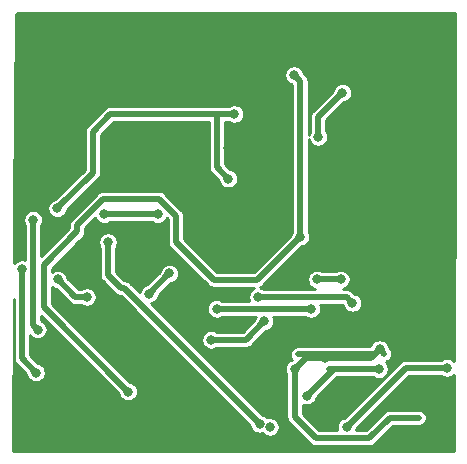
<source format=gbr>
%TF.GenerationSoftware,KiCad,Pcbnew,(5.1.10)-1*%
%TF.CreationDate,2021-12-12T15:32:54+02:00*%
%TF.ProjectId,P1_DCE_NEATA_ADRIAN_STAB_ERS_kicad,50315f44-4345-45f4-9e45-4154415f4144,rev?*%
%TF.SameCoordinates,Original*%
%TF.FileFunction,Copper,L2,Bot*%
%TF.FilePolarity,Positive*%
%FSLAX46Y46*%
G04 Gerber Fmt 4.6, Leading zero omitted, Abs format (unit mm)*
G04 Created by KiCad (PCBNEW (5.1.10)-1) date 2021-12-12 15:32:54*
%MOMM*%
%LPD*%
G01*
G04 APERTURE LIST*
%TA.AperFunction,ViaPad*%
%ADD10C,0.800000*%
%TD*%
%TA.AperFunction,Conductor*%
%ADD11C,0.508000*%
%TD*%
%TA.AperFunction,Conductor*%
%ADD12C,0.254000*%
%TD*%
%TA.AperFunction,Conductor*%
%ADD13C,0.100000*%
%TD*%
G04 APERTURE END LIST*
D10*
%TO.N,Vout*%
X25600000Y19600000D03*
X25050000Y33300000D03*
X11000000Y6500000D03*
%TO.N,GND*%
X27100000Y28050000D03*
X22550000Y12450000D03*
X18023747Y10880816D03*
X27650000Y9350000D03*
X25100000Y8400000D03*
X32300000Y10100000D03*
X22550000Y12450000D03*
X2000000Y16850000D03*
X3200000Y8100000D03*
X29150000Y31800000D03*
%TO.N,VDC*%
X2600000Y29000000D03*
X5500000Y29000000D03*
X10050000Y28350000D03*
X14850000Y28450000D03*
X12950000Y28250000D03*
X17100000Y28700000D03*
X21650000Y28550000D03*
X30500000Y17700000D03*
X28450000Y10600000D03*
X29350000Y11400000D03*
X24400000Y20050000D03*
X26650000Y25550000D03*
X29350000Y17550000D03*
X27000000Y24450000D03*
X27100000Y26700000D03*
X23250000Y28450000D03*
X23950000Y27600000D03*
X16500000Y37550000D03*
X16400000Y32000000D03*
X17350000Y36100000D03*
X17600000Y33500000D03*
X33650000Y25750000D03*
X34000000Y24800000D03*
X32700000Y23150000D03*
X33750000Y23600000D03*
X6300000Y36400000D03*
X8000000Y38100000D03*
X8000000Y35000000D03*
X9500000Y36400000D03*
X6800000Y35300000D03*
X6800000Y37600000D03*
X9200000Y37800000D03*
X9100000Y35300000D03*
%TO.N,Vref*%
X20000000Y30000000D03*
X5000000Y22000000D03*
X19500000Y24500000D03*
%TO.N,Net-(Q2-Pad3)*%
X7500000Y14500000D03*
X5041200Y16000000D03*
%TO.N,Net-(Q2-Pad1)*%
X3350000Y11750000D03*
X2958801Y21041199D03*
%TO.N,Vref2*%
X23000000Y3500000D03*
X22150000Y3750000D03*
X9300000Y19150000D03*
X32250000Y8400000D03*
X26150000Y6150000D03*
%TO.N,Net-(Q4-Pad3)*%
X13500000Y21500000D03*
X9000000Y21500000D03*
%TO.N,Vdif*%
X18500000Y13500000D03*
X26500000Y13500000D03*
%TO.N,Net-(Q6-Pad2)*%
X14500000Y16500000D03*
X12797026Y14797026D03*
%TO.N,Vrsc1*%
X29500000Y3500000D03*
X38000000Y8500000D03*
%TO.N,Net-(Q14-Pad3)*%
X27000000Y16000000D03*
X29008800Y16000000D03*
%TO.N,Net-(Q14-Pad1)*%
X30000000Y14000000D03*
X22000000Y14500000D03*
%TD*%
D11*
%TO.N,Vout*%
X25600000Y19600000D02*
X21950000Y15950000D01*
X21950000Y15950000D02*
X18250000Y15950000D01*
X18250000Y15950000D02*
X15050000Y19150000D01*
X15050000Y21369026D02*
X13619026Y22800000D01*
X15050000Y19150000D02*
X15050000Y21369026D01*
X8880974Y22800000D02*
X6700000Y20619026D01*
X13619026Y22800000D02*
X8880974Y22800000D01*
X6700000Y20619026D02*
X6700000Y20050000D01*
X6700000Y20050000D02*
X3850000Y17200000D01*
X3850000Y13650000D02*
X11000000Y6500000D01*
X3850000Y17200000D02*
X3850000Y13650000D01*
X25600000Y32750000D02*
X25600000Y19600000D01*
X25050000Y33300000D02*
X25600000Y32750000D01*
%TO.N,GND*%
X20980816Y10880816D02*
X18023747Y10880816D01*
X22550000Y12450000D02*
X20980816Y10880816D01*
X26050000Y9350000D02*
X25100000Y8400000D01*
X27650000Y9350000D02*
X26050000Y9350000D01*
X32300000Y10100000D02*
X32700000Y9700000D01*
X31550000Y9350000D02*
X27650000Y9350000D01*
X32300000Y10100000D02*
X31550000Y9350000D01*
X31841199Y9641199D02*
X25358801Y9641199D01*
X32300000Y10100000D02*
X31841199Y9641199D01*
X35610000Y4270000D02*
X33220000Y4270000D01*
X35610000Y4270000D02*
X33170000Y4270000D01*
X31441199Y2541199D02*
X26908801Y2541199D01*
X33170000Y4270000D02*
X31441199Y2541199D01*
X25100000Y4350000D02*
X25100000Y8400000D01*
X26908801Y2541199D02*
X25100000Y4350000D01*
X2000000Y9300000D02*
X3200000Y8100000D01*
X2000000Y16850000D02*
X2000000Y9300000D01*
X27100000Y29750000D02*
X29150000Y31800000D01*
X27100000Y28050000D02*
X27100000Y29750000D01*
%TO.N,VDC*%
X13200000Y33590000D02*
X13200000Y33850000D01*
X13200000Y33850000D02*
X13450000Y33600000D01*
X13450000Y33600000D02*
X13450000Y31600000D01*
X13450000Y31600000D02*
X13250000Y31800000D01*
X2600000Y29000000D02*
X5500000Y29000000D01*
X14850000Y28450000D02*
X14150000Y27750000D01*
X12950000Y28250000D02*
X13500000Y27700000D01*
X13500000Y27700000D02*
X17200000Y27700000D01*
X17200000Y27700000D02*
X16900000Y27400000D01*
X20458801Y25991199D02*
X19312810Y27137190D01*
X20458801Y24039775D02*
X20458801Y25991199D01*
X19960225Y23541199D02*
X20458801Y24039775D01*
X17100000Y25480974D02*
X19039775Y23541199D01*
X19039775Y23541199D02*
X19960225Y23541199D01*
X17100000Y28700000D02*
X17100000Y25480974D01*
X19039775Y23541199D02*
X16600000Y25980974D01*
X34000000Y24800000D02*
X33250000Y24800000D01*
X28450000Y10600000D02*
X28450000Y11150000D01*
X8200000Y33700000D02*
X9300000Y33700000D01*
%TO.N,Vref*%
X5000000Y22000000D02*
X8000000Y25000000D01*
X8000000Y25000000D02*
X8000000Y28500000D01*
X8000000Y28500000D02*
X9500000Y30000000D01*
X18500000Y25500000D02*
X18500000Y30000000D01*
X19500000Y24500000D02*
X18500000Y25500000D01*
X18500000Y30000000D02*
X20000000Y30000000D01*
X9500000Y30000000D02*
X18500000Y30000000D01*
%TO.N,Net-(Q2-Pad3)*%
X6541200Y14500000D02*
X5041200Y16000000D01*
X7500000Y14500000D02*
X6541200Y14500000D01*
%TO.N,Net-(Q2-Pad1)*%
X2958801Y12141199D02*
X2958801Y21041199D01*
X3350000Y11750000D02*
X2958801Y12141199D01*
%TO.N,Vref2*%
X22150000Y3750000D02*
X10650000Y15250000D01*
X10650000Y15250000D02*
X10400000Y15250000D01*
X9300000Y16350000D02*
X9300000Y19150000D01*
X10400000Y15250000D02*
X9300000Y16350000D01*
X32250000Y8400000D02*
X28050000Y8400000D01*
X28400000Y8400000D02*
X26150000Y6150000D01*
X32250000Y8400000D02*
X28400000Y8400000D01*
%TO.N,Net-(Q4-Pad3)*%
X13500000Y21500000D02*
X9000000Y21500000D01*
%TO.N,Vdif*%
X18500000Y13500000D02*
X26500000Y13500000D01*
%TO.N,Net-(Q6-Pad2)*%
X14500000Y16500000D02*
X12797026Y14797026D01*
%TO.N,Vrsc1*%
X34500000Y8500000D02*
X38000000Y8500000D01*
X29500000Y3500000D02*
X34500000Y8500000D01*
%TO.N,Net-(Q14-Pad3)*%
X27000000Y16000000D02*
X29008800Y16000000D01*
%TO.N,Net-(Q14-Pad1)*%
X29500000Y14500000D02*
X22000000Y14500000D01*
X30000000Y14000000D02*
X29500000Y14500000D01*
%TD*%
D12*
%TO.N,VDC*%
X38673000Y26233606D02*
X38604171Y9072172D01*
X38530242Y9146101D01*
X38394005Y9237132D01*
X38242627Y9299835D01*
X38081925Y9331800D01*
X37918075Y9331800D01*
X37757373Y9299835D01*
X37605995Y9237132D01*
X37529172Y9185800D01*
X34533686Y9185800D01*
X34500000Y9189118D01*
X34466314Y9185800D01*
X34466311Y9185800D01*
X34365560Y9175877D01*
X34236286Y9136662D01*
X34117147Y9072981D01*
X34012720Y8987280D01*
X33991242Y8961109D01*
X29347993Y4317860D01*
X29257373Y4299835D01*
X29105995Y4237132D01*
X28969758Y4146101D01*
X28853899Y4030242D01*
X28762868Y3894005D01*
X28700165Y3742627D01*
X28668200Y3581925D01*
X28668200Y3418075D01*
X28700165Y3257373D01*
X28712746Y3226999D01*
X27192869Y3226999D01*
X25785800Y4634067D01*
X25785800Y5400522D01*
X25907373Y5350165D01*
X26068075Y5318200D01*
X26231925Y5318200D01*
X26392627Y5350165D01*
X26544005Y5412868D01*
X26680242Y5503899D01*
X26796101Y5619758D01*
X26887132Y5755995D01*
X26949835Y5907373D01*
X26967860Y5997993D01*
X28684067Y7714200D01*
X31779172Y7714200D01*
X31855995Y7662868D01*
X32007373Y7600165D01*
X32168075Y7568200D01*
X32331925Y7568200D01*
X32492627Y7600165D01*
X32644005Y7662868D01*
X32780242Y7753899D01*
X32896101Y7869758D01*
X32987132Y8005995D01*
X33049835Y8157373D01*
X33081800Y8318075D01*
X33081800Y8481925D01*
X33049835Y8642627D01*
X32987132Y8794005D01*
X32896101Y8930242D01*
X32805108Y9021235D01*
X32834440Y9024124D01*
X32963713Y9063339D01*
X33082853Y9127020D01*
X33187279Y9212721D01*
X33272980Y9317147D01*
X33336661Y9436287D01*
X33375876Y9565560D01*
X33389117Y9700001D01*
X33375876Y9834442D01*
X33336661Y9963715D01*
X33272980Y10082855D01*
X33208755Y10161112D01*
X33117860Y10252007D01*
X33099835Y10342627D01*
X33037132Y10494005D01*
X32946101Y10630242D01*
X32830242Y10746101D01*
X32694005Y10837132D01*
X32542627Y10899835D01*
X32381925Y10931800D01*
X32218075Y10931800D01*
X32057373Y10899835D01*
X31905995Y10837132D01*
X31769758Y10746101D01*
X31653899Y10630242D01*
X31562868Y10494005D01*
X31500165Y10342627D01*
X31497056Y10326999D01*
X25325112Y10326999D01*
X25224361Y10317076D01*
X25095087Y10277861D01*
X24975948Y10214180D01*
X24871521Y10128479D01*
X24785820Y10024052D01*
X24722139Y9904913D01*
X24682924Y9775639D01*
X24669683Y9641199D01*
X24682924Y9506759D01*
X24722139Y9377485D01*
X24785820Y9258346D01*
X24839809Y9192560D01*
X24705995Y9137132D01*
X24569758Y9046101D01*
X24453899Y8930242D01*
X24362868Y8794005D01*
X24300165Y8642627D01*
X24268200Y8481925D01*
X24268200Y8318075D01*
X24300165Y8157373D01*
X24362868Y8005995D01*
X24414201Y7929170D01*
X24414200Y4383679D01*
X24410883Y4350000D01*
X24414200Y4316321D01*
X24414200Y4316312D01*
X24424123Y4215561D01*
X24463338Y4086287D01*
X24527019Y3967148D01*
X24612720Y3862721D01*
X24638887Y3841246D01*
X26400048Y2080084D01*
X26421521Y2053919D01*
X26525948Y1968218D01*
X26645087Y1904537D01*
X26774361Y1865322D01*
X26875112Y1855399D01*
X26875115Y1855399D01*
X26908801Y1852081D01*
X26942487Y1855399D01*
X31407520Y1855399D01*
X31441199Y1852082D01*
X31474878Y1855399D01*
X31474888Y1855399D01*
X31575639Y1865322D01*
X31704913Y1904537D01*
X31824052Y1968218D01*
X31928479Y2053919D01*
X31949957Y2080090D01*
X33454067Y3584200D01*
X35643689Y3584200D01*
X35744440Y3594123D01*
X35873714Y3633338D01*
X35992853Y3697019D01*
X36097280Y3782720D01*
X36182981Y3887147D01*
X36246662Y4006286D01*
X36285877Y4135560D01*
X36299118Y4270000D01*
X36285877Y4404440D01*
X36246662Y4533714D01*
X36182981Y4652853D01*
X36097280Y4757280D01*
X35992853Y4842981D01*
X35873714Y4906662D01*
X35744440Y4945877D01*
X35643689Y4955800D01*
X33203686Y4955800D01*
X33170000Y4959118D01*
X33136314Y4955800D01*
X33136311Y4955800D01*
X33035560Y4945877D01*
X32906286Y4906662D01*
X32787147Y4842981D01*
X32682720Y4757280D01*
X32661242Y4731109D01*
X31157132Y3226999D01*
X30287254Y3226999D01*
X30299835Y3257373D01*
X30317860Y3347993D01*
X34784067Y7814200D01*
X37529172Y7814200D01*
X37605995Y7762868D01*
X37757373Y7700165D01*
X37918075Y7668200D01*
X38081925Y7668200D01*
X38242627Y7700165D01*
X38394005Y7762868D01*
X38530242Y7853899D01*
X38599562Y7923219D01*
X38573508Y1427000D01*
X1227854Y1427000D01*
X1314200Y14309859D01*
X1314201Y9333689D01*
X1310883Y9300000D01*
X1314201Y9266311D01*
X1317075Y9237132D01*
X1324124Y9165560D01*
X1363339Y9036286D01*
X1427020Y8917147D01*
X1473007Y8861112D01*
X1512721Y8812720D01*
X1538886Y8791247D01*
X2382140Y7947992D01*
X2400165Y7857373D01*
X2462868Y7705995D01*
X2553899Y7569758D01*
X2669758Y7453899D01*
X2805995Y7362868D01*
X2957373Y7300165D01*
X3118075Y7268200D01*
X3281925Y7268200D01*
X3442627Y7300165D01*
X3594005Y7362868D01*
X3730242Y7453899D01*
X3846101Y7569758D01*
X3937132Y7705995D01*
X3999835Y7857373D01*
X4031800Y8018075D01*
X4031800Y8181925D01*
X3999835Y8342627D01*
X3937132Y8494005D01*
X3846101Y8630242D01*
X3730242Y8746101D01*
X3594005Y8837132D01*
X3442627Y8899835D01*
X3352008Y8917860D01*
X2685800Y9584067D01*
X2685800Y11246845D01*
X2703899Y11219758D01*
X2819758Y11103899D01*
X2955995Y11012868D01*
X3107373Y10950165D01*
X3268075Y10918200D01*
X3431925Y10918200D01*
X3592627Y10950165D01*
X3744005Y11012868D01*
X3880242Y11103899D01*
X3996101Y11219758D01*
X4087132Y11355995D01*
X4149835Y11507373D01*
X4181800Y11668075D01*
X4181800Y11831925D01*
X4149835Y11992627D01*
X4087132Y12144005D01*
X3996101Y12280242D01*
X3880242Y12396101D01*
X3744005Y12487132D01*
X3644601Y12528307D01*
X3644601Y12885532D01*
X10182140Y6347992D01*
X10200165Y6257373D01*
X10262868Y6105995D01*
X10353899Y5969758D01*
X10469758Y5853899D01*
X10605995Y5762868D01*
X10757373Y5700165D01*
X10918075Y5668200D01*
X11081925Y5668200D01*
X11242627Y5700165D01*
X11394005Y5762868D01*
X11530242Y5853899D01*
X11646101Y5969758D01*
X11737132Y6105995D01*
X11799835Y6257373D01*
X11831800Y6418075D01*
X11831800Y6581925D01*
X11799835Y6742627D01*
X11737132Y6894005D01*
X11646101Y7030242D01*
X11530242Y7146101D01*
X11394005Y7237132D01*
X11242627Y7299835D01*
X11152008Y7317860D01*
X4535800Y13934067D01*
X4535800Y15337300D01*
X4647195Y15262868D01*
X4798573Y15200165D01*
X4889193Y15182140D01*
X6032444Y14038888D01*
X6053920Y14012720D01*
X6080085Y13991247D01*
X6080087Y13991245D01*
X6158345Y13927020D01*
X6158347Y13927019D01*
X6277486Y13863338D01*
X6406760Y13824123D01*
X6507511Y13814200D01*
X6507520Y13814200D01*
X6541199Y13810883D01*
X6574878Y13814200D01*
X7029172Y13814200D01*
X7105995Y13762868D01*
X7257373Y13700165D01*
X7418075Y13668200D01*
X7581925Y13668200D01*
X7742627Y13700165D01*
X7894005Y13762868D01*
X8030242Y13853899D01*
X8146101Y13969758D01*
X8237132Y14105995D01*
X8299835Y14257373D01*
X8331800Y14418075D01*
X8331800Y14581925D01*
X8299835Y14742627D01*
X8237132Y14894005D01*
X8146101Y15030242D01*
X8030242Y15146101D01*
X7894005Y15237132D01*
X7742627Y15299835D01*
X7581925Y15331800D01*
X7418075Y15331800D01*
X7257373Y15299835D01*
X7105995Y15237132D01*
X7029172Y15185800D01*
X6825268Y15185800D01*
X5859060Y16152007D01*
X5841035Y16242627D01*
X5778332Y16394005D01*
X5687301Y16530242D01*
X5571442Y16646101D01*
X5435205Y16737132D01*
X5283827Y16799835D01*
X5123125Y16831800D01*
X4959275Y16831800D01*
X4798573Y16799835D01*
X4647195Y16737132D01*
X4535800Y16662700D01*
X4535800Y16915933D01*
X6851792Y19231925D01*
X8468200Y19231925D01*
X8468200Y19068075D01*
X8500165Y18907373D01*
X8562868Y18755995D01*
X8614201Y18679170D01*
X8614200Y16383679D01*
X8610883Y16350000D01*
X8614200Y16316321D01*
X8614200Y16316312D01*
X8624123Y16215561D01*
X8663338Y16086287D01*
X8727019Y15967148D01*
X8812720Y15862721D01*
X8838886Y15841246D01*
X9891244Y14788888D01*
X9912720Y14762720D01*
X10017147Y14677019D01*
X10072604Y14647377D01*
X10136285Y14613338D01*
X10175500Y14601443D01*
X10265560Y14574123D01*
X10365892Y14564241D01*
X21332140Y3597992D01*
X21350165Y3507373D01*
X21412868Y3355995D01*
X21503899Y3219758D01*
X21619758Y3103899D01*
X21755995Y3012868D01*
X21907373Y2950165D01*
X22068075Y2918200D01*
X22231925Y2918200D01*
X22376667Y2946990D01*
X22469758Y2853899D01*
X22605995Y2762868D01*
X22757373Y2700165D01*
X22918075Y2668200D01*
X23081925Y2668200D01*
X23242627Y2700165D01*
X23394005Y2762868D01*
X23530242Y2853899D01*
X23646101Y2969758D01*
X23737132Y3105995D01*
X23799835Y3257373D01*
X23831800Y3418075D01*
X23831800Y3581925D01*
X23799835Y3742627D01*
X23737132Y3894005D01*
X23646101Y4030242D01*
X23530242Y4146101D01*
X23394005Y4237132D01*
X23242627Y4299835D01*
X23081925Y4331800D01*
X22918075Y4331800D01*
X22773333Y4303010D01*
X22680242Y4396101D01*
X22544005Y4487132D01*
X22392627Y4549835D01*
X22302008Y4567860D01*
X12900379Y13969488D01*
X13039653Y13997191D01*
X13191031Y14059894D01*
X13327268Y14150925D01*
X13443127Y14266784D01*
X13534158Y14403021D01*
X13596861Y14554399D01*
X13614886Y14645019D01*
X14652008Y15682140D01*
X14742627Y15700165D01*
X14894005Y15762868D01*
X15030242Y15853899D01*
X15146101Y15969758D01*
X15237132Y16105995D01*
X15299835Y16257373D01*
X15331800Y16418075D01*
X15331800Y16581925D01*
X15299835Y16742627D01*
X15237132Y16894005D01*
X15146101Y17030242D01*
X15030242Y17146101D01*
X14894005Y17237132D01*
X14742627Y17299835D01*
X14581925Y17331800D01*
X14418075Y17331800D01*
X14257373Y17299835D01*
X14105995Y17237132D01*
X13969758Y17146101D01*
X13853899Y17030242D01*
X13762868Y16894005D01*
X13700165Y16742627D01*
X13682140Y16652008D01*
X12645019Y15614886D01*
X12554399Y15596861D01*
X12403021Y15534158D01*
X12266784Y15443127D01*
X12150925Y15327268D01*
X12059894Y15191031D01*
X11997191Y15039653D01*
X11969488Y14900379D01*
X11158758Y15711109D01*
X11137280Y15737280D01*
X11032853Y15822981D01*
X10913714Y15886662D01*
X10784440Y15925877D01*
X10684109Y15935759D01*
X9985800Y16634067D01*
X9985800Y18679172D01*
X10037132Y18755995D01*
X10099835Y18907373D01*
X10131800Y19068075D01*
X10131800Y19231925D01*
X10099835Y19392627D01*
X10037132Y19544005D01*
X9946101Y19680242D01*
X9830242Y19796101D01*
X9694005Y19887132D01*
X9542627Y19949835D01*
X9381925Y19981800D01*
X9218075Y19981800D01*
X9057373Y19949835D01*
X8905995Y19887132D01*
X8769758Y19796101D01*
X8653899Y19680242D01*
X8562868Y19544005D01*
X8500165Y19392627D01*
X8468200Y19231925D01*
X6851792Y19231925D01*
X7161109Y19541242D01*
X7187280Y19562720D01*
X7272981Y19667147D01*
X7336662Y19786286D01*
X7375877Y19915560D01*
X7385800Y20016311D01*
X7385800Y20016314D01*
X7389118Y20050000D01*
X7385800Y20083686D01*
X7385800Y20334959D01*
X8231812Y21180971D01*
X8262868Y21105995D01*
X8353899Y20969758D01*
X8469758Y20853899D01*
X8605995Y20762868D01*
X8757373Y20700165D01*
X8918075Y20668200D01*
X9081925Y20668200D01*
X9242627Y20700165D01*
X9394005Y20762868D01*
X9470828Y20814200D01*
X13029172Y20814200D01*
X13105995Y20762868D01*
X13257373Y20700165D01*
X13418075Y20668200D01*
X13581925Y20668200D01*
X13742627Y20700165D01*
X13894005Y20762868D01*
X14030242Y20853899D01*
X14146101Y20969758D01*
X14237132Y21105995D01*
X14268188Y21180971D01*
X14364201Y21084958D01*
X14364200Y19183679D01*
X14360883Y19150000D01*
X14364200Y19116321D01*
X14364200Y19116312D01*
X14374123Y19015561D01*
X14413338Y18886287D01*
X14477019Y18767148D01*
X14562720Y18662721D01*
X14588887Y18641246D01*
X17741247Y15488885D01*
X17762720Y15462720D01*
X17788885Y15441247D01*
X17788887Y15441245D01*
X17867145Y15377020D01*
X17867147Y15377019D01*
X17986286Y15313338D01*
X18115560Y15274123D01*
X18216311Y15264200D01*
X18216320Y15264200D01*
X18249999Y15260883D01*
X18283678Y15264200D01*
X21671343Y15264200D01*
X21605995Y15237132D01*
X21469758Y15146101D01*
X21353899Y15030242D01*
X21262868Y14894005D01*
X21200165Y14742627D01*
X21168200Y14581925D01*
X21168200Y14418075D01*
X21200165Y14257373D01*
X21229812Y14185800D01*
X18970828Y14185800D01*
X18894005Y14237132D01*
X18742627Y14299835D01*
X18581925Y14331800D01*
X18418075Y14331800D01*
X18257373Y14299835D01*
X18105995Y14237132D01*
X17969758Y14146101D01*
X17853899Y14030242D01*
X17762868Y13894005D01*
X17700165Y13742627D01*
X17668200Y13581925D01*
X17668200Y13418075D01*
X17700165Y13257373D01*
X17762868Y13105995D01*
X17853899Y12969758D01*
X17969758Y12853899D01*
X18105995Y12762868D01*
X18257373Y12700165D01*
X18418075Y12668200D01*
X18581925Y12668200D01*
X18742627Y12700165D01*
X18894005Y12762868D01*
X18970828Y12814200D01*
X21800522Y12814200D01*
X21750165Y12692627D01*
X21732140Y12602008D01*
X20696749Y11566616D01*
X18494575Y11566616D01*
X18417752Y11617948D01*
X18266374Y11680651D01*
X18105672Y11712616D01*
X17941822Y11712616D01*
X17781120Y11680651D01*
X17629742Y11617948D01*
X17493505Y11526917D01*
X17377646Y11411058D01*
X17286615Y11274821D01*
X17223912Y11123443D01*
X17191947Y10962741D01*
X17191947Y10798891D01*
X17223912Y10638189D01*
X17286615Y10486811D01*
X17377646Y10350574D01*
X17493505Y10234715D01*
X17629742Y10143684D01*
X17781120Y10080981D01*
X17941822Y10049016D01*
X18105672Y10049016D01*
X18266374Y10080981D01*
X18417752Y10143684D01*
X18494575Y10195016D01*
X20947137Y10195016D01*
X20980816Y10191699D01*
X21014495Y10195016D01*
X21014505Y10195016D01*
X21115256Y10204939D01*
X21244530Y10244154D01*
X21363669Y10307835D01*
X21468096Y10393536D01*
X21489574Y10419707D01*
X22702008Y11632140D01*
X22792627Y11650165D01*
X22944005Y11712868D01*
X23080242Y11803899D01*
X23196101Y11919758D01*
X23287132Y12055995D01*
X23349835Y12207373D01*
X23381800Y12368075D01*
X23381800Y12531925D01*
X23349835Y12692627D01*
X23299478Y12814200D01*
X26029172Y12814200D01*
X26105995Y12762868D01*
X26257373Y12700165D01*
X26418075Y12668200D01*
X26581925Y12668200D01*
X26742627Y12700165D01*
X26894005Y12762868D01*
X27030242Y12853899D01*
X27146101Y12969758D01*
X27237132Y13105995D01*
X27299835Y13257373D01*
X27331800Y13418075D01*
X27331800Y13581925D01*
X27299835Y13742627D01*
X27270188Y13814200D01*
X29188862Y13814200D01*
X29200165Y13757373D01*
X29262868Y13605995D01*
X29353899Y13469758D01*
X29469758Y13353899D01*
X29605995Y13262868D01*
X29757373Y13200165D01*
X29918075Y13168200D01*
X30081925Y13168200D01*
X30242627Y13200165D01*
X30394005Y13262868D01*
X30530242Y13353899D01*
X30646101Y13469758D01*
X30737132Y13605995D01*
X30799835Y13757373D01*
X30831800Y13918075D01*
X30831800Y14081925D01*
X30799835Y14242627D01*
X30737132Y14394005D01*
X30646101Y14530242D01*
X30530242Y14646101D01*
X30394005Y14737132D01*
X30242627Y14799835D01*
X30152007Y14817860D01*
X30008758Y14961109D01*
X29987280Y14987280D01*
X29882853Y15072981D01*
X29763714Y15136662D01*
X29634440Y15175877D01*
X29533689Y15185800D01*
X29533679Y15185800D01*
X29500000Y15189117D01*
X29466321Y15185800D01*
X29179208Y15185800D01*
X29251427Y15200165D01*
X29402805Y15262868D01*
X29539042Y15353899D01*
X29654901Y15469758D01*
X29745932Y15605995D01*
X29808635Y15757373D01*
X29840600Y15918075D01*
X29840600Y16081925D01*
X29808635Y16242627D01*
X29745932Y16394005D01*
X29654901Y16530242D01*
X29539042Y16646101D01*
X29402805Y16737132D01*
X29251427Y16799835D01*
X29090725Y16831800D01*
X28926875Y16831800D01*
X28766173Y16799835D01*
X28614795Y16737132D01*
X28537972Y16685800D01*
X27470828Y16685800D01*
X27394005Y16737132D01*
X27242627Y16799835D01*
X27081925Y16831800D01*
X26918075Y16831800D01*
X26757373Y16799835D01*
X26605995Y16737132D01*
X26469758Y16646101D01*
X26353899Y16530242D01*
X26262868Y16394005D01*
X26200165Y16242627D01*
X26168200Y16081925D01*
X26168200Y15918075D01*
X26200165Y15757373D01*
X26262868Y15605995D01*
X26353899Y15469758D01*
X26469758Y15353899D01*
X26605995Y15262868D01*
X26757373Y15200165D01*
X26829592Y15185800D01*
X22470828Y15185800D01*
X22394005Y15237132D01*
X22242627Y15299835D01*
X22198280Y15308656D01*
X22213714Y15313338D01*
X22332853Y15377019D01*
X22437280Y15462720D01*
X22458758Y15488891D01*
X25752007Y18782140D01*
X25842627Y18800165D01*
X25994005Y18862868D01*
X26130242Y18953899D01*
X26246101Y19069758D01*
X26337132Y19205995D01*
X26399835Y19357373D01*
X26431800Y19518075D01*
X26431800Y19681925D01*
X26399835Y19842627D01*
X26337132Y19994005D01*
X26285800Y20070828D01*
X26285800Y27879592D01*
X26300165Y27807373D01*
X26362868Y27655995D01*
X26453899Y27519758D01*
X26569758Y27403899D01*
X26705995Y27312868D01*
X26857373Y27250165D01*
X27018075Y27218200D01*
X27181925Y27218200D01*
X27342627Y27250165D01*
X27494005Y27312868D01*
X27630242Y27403899D01*
X27746101Y27519758D01*
X27837132Y27655995D01*
X27899835Y27807373D01*
X27931800Y27968075D01*
X27931800Y28131925D01*
X27899835Y28292627D01*
X27837132Y28444005D01*
X27785800Y28520828D01*
X27785800Y29465933D01*
X29302007Y30982140D01*
X29392627Y31000165D01*
X29544005Y31062868D01*
X29680242Y31153899D01*
X29796101Y31269758D01*
X29887132Y31405995D01*
X29949835Y31557373D01*
X29981800Y31718075D01*
X29981800Y31881925D01*
X29949835Y32042627D01*
X29887132Y32194005D01*
X29796101Y32330242D01*
X29680242Y32446101D01*
X29544005Y32537132D01*
X29392627Y32599835D01*
X29231925Y32631800D01*
X29068075Y32631800D01*
X28907373Y32599835D01*
X28755995Y32537132D01*
X28619758Y32446101D01*
X28503899Y32330242D01*
X28412868Y32194005D01*
X28350165Y32042627D01*
X28332140Y31952007D01*
X26638886Y30258753D01*
X26612721Y30237280D01*
X26591248Y30211115D01*
X26591245Y30211112D01*
X26527020Y30132853D01*
X26463339Y30013714D01*
X26424124Y29884440D01*
X26410883Y29750000D01*
X26414201Y29716312D01*
X26414200Y28520829D01*
X26362868Y28444005D01*
X26300165Y28292627D01*
X26285800Y28220408D01*
X26285800Y32716322D01*
X26289117Y32750001D01*
X26285800Y32783680D01*
X26285800Y32783689D01*
X26275877Y32884440D01*
X26236662Y33013714D01*
X26172981Y33132853D01*
X26172980Y33132855D01*
X26108755Y33211113D01*
X26108749Y33211119D01*
X26087279Y33237280D01*
X26061119Y33258749D01*
X25867860Y33452008D01*
X25849835Y33542627D01*
X25787132Y33694005D01*
X25696101Y33830242D01*
X25580242Y33946101D01*
X25444005Y34037132D01*
X25292627Y34099835D01*
X25131925Y34131800D01*
X24968075Y34131800D01*
X24807373Y34099835D01*
X24655995Y34037132D01*
X24519758Y33946101D01*
X24403899Y33830242D01*
X24312868Y33694005D01*
X24250165Y33542627D01*
X24218200Y33381925D01*
X24218200Y33218075D01*
X24250165Y33057373D01*
X24312868Y32905995D01*
X24403899Y32769758D01*
X24519758Y32653899D01*
X24655995Y32562868D01*
X24807373Y32500165D01*
X24897992Y32482140D01*
X24914200Y32465932D01*
X24914201Y20070830D01*
X24862868Y19994005D01*
X24800165Y19842627D01*
X24782140Y19752007D01*
X21665933Y16635800D01*
X18534068Y16635800D01*
X15735800Y19434067D01*
X15735800Y21335340D01*
X15739118Y21369026D01*
X15734287Y21418075D01*
X15725877Y21503466D01*
X15686662Y21632740D01*
X15622981Y21751879D01*
X15537280Y21856306D01*
X15511109Y21877784D01*
X14127784Y23261109D01*
X14106306Y23287280D01*
X14001879Y23372981D01*
X13882740Y23436662D01*
X13753466Y23475877D01*
X13652715Y23485800D01*
X13652705Y23485800D01*
X13619026Y23489117D01*
X13585347Y23485800D01*
X8914652Y23485800D01*
X8880973Y23489117D01*
X8847294Y23485800D01*
X8847285Y23485800D01*
X8746534Y23475877D01*
X8617260Y23436662D01*
X8498121Y23372981D01*
X8393694Y23287280D01*
X8372221Y23261115D01*
X6238887Y21127780D01*
X6212720Y21106305D01*
X6191247Y21080140D01*
X6191245Y21080138D01*
X6150843Y21030908D01*
X6127019Y21001878D01*
X6063338Y20882739D01*
X6024123Y20753465D01*
X6014200Y20652714D01*
X6014200Y20652705D01*
X6010883Y20619026D01*
X6014200Y20585347D01*
X6014200Y20334067D01*
X3644601Y17964468D01*
X3644601Y20570371D01*
X3695933Y20647194D01*
X3758636Y20798572D01*
X3790601Y20959274D01*
X3790601Y21123124D01*
X3758636Y21283826D01*
X3695933Y21435204D01*
X3604902Y21571441D01*
X3489043Y21687300D01*
X3352806Y21778331D01*
X3201428Y21841034D01*
X3040726Y21872999D01*
X2876876Y21872999D01*
X2716174Y21841034D01*
X2564796Y21778331D01*
X2428559Y21687300D01*
X2312700Y21571441D01*
X2221669Y21435204D01*
X2158966Y21283826D01*
X2127001Y21123124D01*
X2127001Y20959274D01*
X2158966Y20798572D01*
X2221669Y20647194D01*
X2273002Y20570369D01*
X2273002Y17637253D01*
X2242627Y17649835D01*
X2081925Y17681800D01*
X1918075Y17681800D01*
X1757373Y17649835D01*
X1605995Y17587132D01*
X1469758Y17496101D01*
X1353899Y17380242D01*
X1334586Y17351337D01*
X1366292Y22081925D01*
X4168200Y22081925D01*
X4168200Y21918075D01*
X4200165Y21757373D01*
X4262868Y21605995D01*
X4353899Y21469758D01*
X4469758Y21353899D01*
X4605995Y21262868D01*
X4757373Y21200165D01*
X4918075Y21168200D01*
X5081925Y21168200D01*
X5242627Y21200165D01*
X5394005Y21262868D01*
X5530242Y21353899D01*
X5646101Y21469758D01*
X5737132Y21605995D01*
X5799835Y21757373D01*
X5817860Y21847993D01*
X8461114Y24491247D01*
X8487279Y24512720D01*
X8572981Y24617147D01*
X8636662Y24736286D01*
X8675877Y24865560D01*
X8685800Y24966311D01*
X8685800Y24966314D01*
X8689118Y25000000D01*
X8685800Y25033686D01*
X8685800Y28215933D01*
X9784068Y29314200D01*
X17814201Y29314200D01*
X17814200Y25533679D01*
X17810883Y25500000D01*
X17814200Y25466321D01*
X17814200Y25466312D01*
X17824123Y25365561D01*
X17863338Y25236287D01*
X17927019Y25117148D01*
X18012720Y25012721D01*
X18038887Y24991246D01*
X18682140Y24347993D01*
X18700165Y24257373D01*
X18762868Y24105995D01*
X18853899Y23969758D01*
X18969758Y23853899D01*
X19105995Y23762868D01*
X19257373Y23700165D01*
X19418075Y23668200D01*
X19581925Y23668200D01*
X19742627Y23700165D01*
X19894005Y23762868D01*
X20030242Y23853899D01*
X20146101Y23969758D01*
X20237132Y24105995D01*
X20299835Y24257373D01*
X20331800Y24418075D01*
X20331800Y24581925D01*
X20299835Y24742627D01*
X20237132Y24894005D01*
X20146101Y25030242D01*
X20030242Y25146101D01*
X19894005Y25237132D01*
X19742627Y25299835D01*
X19652007Y25317860D01*
X19185800Y25784067D01*
X19185800Y29314200D01*
X19529172Y29314200D01*
X19605995Y29262868D01*
X19757373Y29200165D01*
X19918075Y29168200D01*
X20081925Y29168200D01*
X20242627Y29200165D01*
X20394005Y29262868D01*
X20530242Y29353899D01*
X20646101Y29469758D01*
X20737132Y29605995D01*
X20799835Y29757373D01*
X20831800Y29918075D01*
X20831800Y30081925D01*
X20799835Y30242627D01*
X20737132Y30394005D01*
X20646101Y30530242D01*
X20530242Y30646101D01*
X20394005Y30737132D01*
X20242627Y30799835D01*
X20081925Y30831800D01*
X19918075Y30831800D01*
X19757373Y30799835D01*
X19605995Y30737132D01*
X19529172Y30685800D01*
X18533689Y30685800D01*
X18500000Y30689118D01*
X18466312Y30685800D01*
X9533678Y30685800D01*
X9499999Y30689117D01*
X9466320Y30685800D01*
X9466311Y30685800D01*
X9365560Y30675877D01*
X9236286Y30636662D01*
X9132529Y30581203D01*
X9117145Y30572980D01*
X9065069Y30530242D01*
X9012720Y30487280D01*
X8991247Y30461115D01*
X7538886Y29008753D01*
X7512721Y28987280D01*
X7491248Y28961115D01*
X7491245Y28961112D01*
X7427020Y28882853D01*
X7363339Y28763714D01*
X7324124Y28634440D01*
X7310883Y28500000D01*
X7314201Y28466312D01*
X7314200Y25284067D01*
X4847993Y22817860D01*
X4757373Y22799835D01*
X4605995Y22737132D01*
X4469758Y22646101D01*
X4353899Y22530242D01*
X4262868Y22394005D01*
X4200165Y22242627D01*
X4168200Y22081925D01*
X1366292Y22081925D01*
X1476264Y38489748D01*
X1712410Y38523483D01*
X38673000Y38572764D01*
X38673000Y26233606D01*
%TA.AperFunction,Conductor*%
D13*
G36*
X38673000Y26233606D02*
G01*
X38604171Y9072172D01*
X38530242Y9146101D01*
X38394005Y9237132D01*
X38242627Y9299835D01*
X38081925Y9331800D01*
X37918075Y9331800D01*
X37757373Y9299835D01*
X37605995Y9237132D01*
X37529172Y9185800D01*
X34533686Y9185800D01*
X34500000Y9189118D01*
X34466314Y9185800D01*
X34466311Y9185800D01*
X34365560Y9175877D01*
X34236286Y9136662D01*
X34117147Y9072981D01*
X34012720Y8987280D01*
X33991242Y8961109D01*
X29347993Y4317860D01*
X29257373Y4299835D01*
X29105995Y4237132D01*
X28969758Y4146101D01*
X28853899Y4030242D01*
X28762868Y3894005D01*
X28700165Y3742627D01*
X28668200Y3581925D01*
X28668200Y3418075D01*
X28700165Y3257373D01*
X28712746Y3226999D01*
X27192869Y3226999D01*
X25785800Y4634067D01*
X25785800Y5400522D01*
X25907373Y5350165D01*
X26068075Y5318200D01*
X26231925Y5318200D01*
X26392627Y5350165D01*
X26544005Y5412868D01*
X26680242Y5503899D01*
X26796101Y5619758D01*
X26887132Y5755995D01*
X26949835Y5907373D01*
X26967860Y5997993D01*
X28684067Y7714200D01*
X31779172Y7714200D01*
X31855995Y7662868D01*
X32007373Y7600165D01*
X32168075Y7568200D01*
X32331925Y7568200D01*
X32492627Y7600165D01*
X32644005Y7662868D01*
X32780242Y7753899D01*
X32896101Y7869758D01*
X32987132Y8005995D01*
X33049835Y8157373D01*
X33081800Y8318075D01*
X33081800Y8481925D01*
X33049835Y8642627D01*
X32987132Y8794005D01*
X32896101Y8930242D01*
X32805108Y9021235D01*
X32834440Y9024124D01*
X32963713Y9063339D01*
X33082853Y9127020D01*
X33187279Y9212721D01*
X33272980Y9317147D01*
X33336661Y9436287D01*
X33375876Y9565560D01*
X33389117Y9700001D01*
X33375876Y9834442D01*
X33336661Y9963715D01*
X33272980Y10082855D01*
X33208755Y10161112D01*
X33117860Y10252007D01*
X33099835Y10342627D01*
X33037132Y10494005D01*
X32946101Y10630242D01*
X32830242Y10746101D01*
X32694005Y10837132D01*
X32542627Y10899835D01*
X32381925Y10931800D01*
X32218075Y10931800D01*
X32057373Y10899835D01*
X31905995Y10837132D01*
X31769758Y10746101D01*
X31653899Y10630242D01*
X31562868Y10494005D01*
X31500165Y10342627D01*
X31497056Y10326999D01*
X25325112Y10326999D01*
X25224361Y10317076D01*
X25095087Y10277861D01*
X24975948Y10214180D01*
X24871521Y10128479D01*
X24785820Y10024052D01*
X24722139Y9904913D01*
X24682924Y9775639D01*
X24669683Y9641199D01*
X24682924Y9506759D01*
X24722139Y9377485D01*
X24785820Y9258346D01*
X24839809Y9192560D01*
X24705995Y9137132D01*
X24569758Y9046101D01*
X24453899Y8930242D01*
X24362868Y8794005D01*
X24300165Y8642627D01*
X24268200Y8481925D01*
X24268200Y8318075D01*
X24300165Y8157373D01*
X24362868Y8005995D01*
X24414201Y7929170D01*
X24414200Y4383679D01*
X24410883Y4350000D01*
X24414200Y4316321D01*
X24414200Y4316312D01*
X24424123Y4215561D01*
X24463338Y4086287D01*
X24527019Y3967148D01*
X24612720Y3862721D01*
X24638887Y3841246D01*
X26400048Y2080084D01*
X26421521Y2053919D01*
X26525948Y1968218D01*
X26645087Y1904537D01*
X26774361Y1865322D01*
X26875112Y1855399D01*
X26875115Y1855399D01*
X26908801Y1852081D01*
X26942487Y1855399D01*
X31407520Y1855399D01*
X31441199Y1852082D01*
X31474878Y1855399D01*
X31474888Y1855399D01*
X31575639Y1865322D01*
X31704913Y1904537D01*
X31824052Y1968218D01*
X31928479Y2053919D01*
X31949957Y2080090D01*
X33454067Y3584200D01*
X35643689Y3584200D01*
X35744440Y3594123D01*
X35873714Y3633338D01*
X35992853Y3697019D01*
X36097280Y3782720D01*
X36182981Y3887147D01*
X36246662Y4006286D01*
X36285877Y4135560D01*
X36299118Y4270000D01*
X36285877Y4404440D01*
X36246662Y4533714D01*
X36182981Y4652853D01*
X36097280Y4757280D01*
X35992853Y4842981D01*
X35873714Y4906662D01*
X35744440Y4945877D01*
X35643689Y4955800D01*
X33203686Y4955800D01*
X33170000Y4959118D01*
X33136314Y4955800D01*
X33136311Y4955800D01*
X33035560Y4945877D01*
X32906286Y4906662D01*
X32787147Y4842981D01*
X32682720Y4757280D01*
X32661242Y4731109D01*
X31157132Y3226999D01*
X30287254Y3226999D01*
X30299835Y3257373D01*
X30317860Y3347993D01*
X34784067Y7814200D01*
X37529172Y7814200D01*
X37605995Y7762868D01*
X37757373Y7700165D01*
X37918075Y7668200D01*
X38081925Y7668200D01*
X38242627Y7700165D01*
X38394005Y7762868D01*
X38530242Y7853899D01*
X38599562Y7923219D01*
X38573508Y1427000D01*
X1227854Y1427000D01*
X1314200Y14309859D01*
X1314201Y9333689D01*
X1310883Y9300000D01*
X1314201Y9266311D01*
X1317075Y9237132D01*
X1324124Y9165560D01*
X1363339Y9036286D01*
X1427020Y8917147D01*
X1473007Y8861112D01*
X1512721Y8812720D01*
X1538886Y8791247D01*
X2382140Y7947992D01*
X2400165Y7857373D01*
X2462868Y7705995D01*
X2553899Y7569758D01*
X2669758Y7453899D01*
X2805995Y7362868D01*
X2957373Y7300165D01*
X3118075Y7268200D01*
X3281925Y7268200D01*
X3442627Y7300165D01*
X3594005Y7362868D01*
X3730242Y7453899D01*
X3846101Y7569758D01*
X3937132Y7705995D01*
X3999835Y7857373D01*
X4031800Y8018075D01*
X4031800Y8181925D01*
X3999835Y8342627D01*
X3937132Y8494005D01*
X3846101Y8630242D01*
X3730242Y8746101D01*
X3594005Y8837132D01*
X3442627Y8899835D01*
X3352008Y8917860D01*
X2685800Y9584067D01*
X2685800Y11246845D01*
X2703899Y11219758D01*
X2819758Y11103899D01*
X2955995Y11012868D01*
X3107373Y10950165D01*
X3268075Y10918200D01*
X3431925Y10918200D01*
X3592627Y10950165D01*
X3744005Y11012868D01*
X3880242Y11103899D01*
X3996101Y11219758D01*
X4087132Y11355995D01*
X4149835Y11507373D01*
X4181800Y11668075D01*
X4181800Y11831925D01*
X4149835Y11992627D01*
X4087132Y12144005D01*
X3996101Y12280242D01*
X3880242Y12396101D01*
X3744005Y12487132D01*
X3644601Y12528307D01*
X3644601Y12885532D01*
X10182140Y6347992D01*
X10200165Y6257373D01*
X10262868Y6105995D01*
X10353899Y5969758D01*
X10469758Y5853899D01*
X10605995Y5762868D01*
X10757373Y5700165D01*
X10918075Y5668200D01*
X11081925Y5668200D01*
X11242627Y5700165D01*
X11394005Y5762868D01*
X11530242Y5853899D01*
X11646101Y5969758D01*
X11737132Y6105995D01*
X11799835Y6257373D01*
X11831800Y6418075D01*
X11831800Y6581925D01*
X11799835Y6742627D01*
X11737132Y6894005D01*
X11646101Y7030242D01*
X11530242Y7146101D01*
X11394005Y7237132D01*
X11242627Y7299835D01*
X11152008Y7317860D01*
X4535800Y13934067D01*
X4535800Y15337300D01*
X4647195Y15262868D01*
X4798573Y15200165D01*
X4889193Y15182140D01*
X6032444Y14038888D01*
X6053920Y14012720D01*
X6080085Y13991247D01*
X6080087Y13991245D01*
X6158345Y13927020D01*
X6158347Y13927019D01*
X6277486Y13863338D01*
X6406760Y13824123D01*
X6507511Y13814200D01*
X6507520Y13814200D01*
X6541199Y13810883D01*
X6574878Y13814200D01*
X7029172Y13814200D01*
X7105995Y13762868D01*
X7257373Y13700165D01*
X7418075Y13668200D01*
X7581925Y13668200D01*
X7742627Y13700165D01*
X7894005Y13762868D01*
X8030242Y13853899D01*
X8146101Y13969758D01*
X8237132Y14105995D01*
X8299835Y14257373D01*
X8331800Y14418075D01*
X8331800Y14581925D01*
X8299835Y14742627D01*
X8237132Y14894005D01*
X8146101Y15030242D01*
X8030242Y15146101D01*
X7894005Y15237132D01*
X7742627Y15299835D01*
X7581925Y15331800D01*
X7418075Y15331800D01*
X7257373Y15299835D01*
X7105995Y15237132D01*
X7029172Y15185800D01*
X6825268Y15185800D01*
X5859060Y16152007D01*
X5841035Y16242627D01*
X5778332Y16394005D01*
X5687301Y16530242D01*
X5571442Y16646101D01*
X5435205Y16737132D01*
X5283827Y16799835D01*
X5123125Y16831800D01*
X4959275Y16831800D01*
X4798573Y16799835D01*
X4647195Y16737132D01*
X4535800Y16662700D01*
X4535800Y16915933D01*
X6851792Y19231925D01*
X8468200Y19231925D01*
X8468200Y19068075D01*
X8500165Y18907373D01*
X8562868Y18755995D01*
X8614201Y18679170D01*
X8614200Y16383679D01*
X8610883Y16350000D01*
X8614200Y16316321D01*
X8614200Y16316312D01*
X8624123Y16215561D01*
X8663338Y16086287D01*
X8727019Y15967148D01*
X8812720Y15862721D01*
X8838886Y15841246D01*
X9891244Y14788888D01*
X9912720Y14762720D01*
X10017147Y14677019D01*
X10072604Y14647377D01*
X10136285Y14613338D01*
X10175500Y14601443D01*
X10265560Y14574123D01*
X10365892Y14564241D01*
X21332140Y3597992D01*
X21350165Y3507373D01*
X21412868Y3355995D01*
X21503899Y3219758D01*
X21619758Y3103899D01*
X21755995Y3012868D01*
X21907373Y2950165D01*
X22068075Y2918200D01*
X22231925Y2918200D01*
X22376667Y2946990D01*
X22469758Y2853899D01*
X22605995Y2762868D01*
X22757373Y2700165D01*
X22918075Y2668200D01*
X23081925Y2668200D01*
X23242627Y2700165D01*
X23394005Y2762868D01*
X23530242Y2853899D01*
X23646101Y2969758D01*
X23737132Y3105995D01*
X23799835Y3257373D01*
X23831800Y3418075D01*
X23831800Y3581925D01*
X23799835Y3742627D01*
X23737132Y3894005D01*
X23646101Y4030242D01*
X23530242Y4146101D01*
X23394005Y4237132D01*
X23242627Y4299835D01*
X23081925Y4331800D01*
X22918075Y4331800D01*
X22773333Y4303010D01*
X22680242Y4396101D01*
X22544005Y4487132D01*
X22392627Y4549835D01*
X22302008Y4567860D01*
X12900379Y13969488D01*
X13039653Y13997191D01*
X13191031Y14059894D01*
X13327268Y14150925D01*
X13443127Y14266784D01*
X13534158Y14403021D01*
X13596861Y14554399D01*
X13614886Y14645019D01*
X14652008Y15682140D01*
X14742627Y15700165D01*
X14894005Y15762868D01*
X15030242Y15853899D01*
X15146101Y15969758D01*
X15237132Y16105995D01*
X15299835Y16257373D01*
X15331800Y16418075D01*
X15331800Y16581925D01*
X15299835Y16742627D01*
X15237132Y16894005D01*
X15146101Y17030242D01*
X15030242Y17146101D01*
X14894005Y17237132D01*
X14742627Y17299835D01*
X14581925Y17331800D01*
X14418075Y17331800D01*
X14257373Y17299835D01*
X14105995Y17237132D01*
X13969758Y17146101D01*
X13853899Y17030242D01*
X13762868Y16894005D01*
X13700165Y16742627D01*
X13682140Y16652008D01*
X12645019Y15614886D01*
X12554399Y15596861D01*
X12403021Y15534158D01*
X12266784Y15443127D01*
X12150925Y15327268D01*
X12059894Y15191031D01*
X11997191Y15039653D01*
X11969488Y14900379D01*
X11158758Y15711109D01*
X11137280Y15737280D01*
X11032853Y15822981D01*
X10913714Y15886662D01*
X10784440Y15925877D01*
X10684109Y15935759D01*
X9985800Y16634067D01*
X9985800Y18679172D01*
X10037132Y18755995D01*
X10099835Y18907373D01*
X10131800Y19068075D01*
X10131800Y19231925D01*
X10099835Y19392627D01*
X10037132Y19544005D01*
X9946101Y19680242D01*
X9830242Y19796101D01*
X9694005Y19887132D01*
X9542627Y19949835D01*
X9381925Y19981800D01*
X9218075Y19981800D01*
X9057373Y19949835D01*
X8905995Y19887132D01*
X8769758Y19796101D01*
X8653899Y19680242D01*
X8562868Y19544005D01*
X8500165Y19392627D01*
X8468200Y19231925D01*
X6851792Y19231925D01*
X7161109Y19541242D01*
X7187280Y19562720D01*
X7272981Y19667147D01*
X7336662Y19786286D01*
X7375877Y19915560D01*
X7385800Y20016311D01*
X7385800Y20016314D01*
X7389118Y20050000D01*
X7385800Y20083686D01*
X7385800Y20334959D01*
X8231812Y21180971D01*
X8262868Y21105995D01*
X8353899Y20969758D01*
X8469758Y20853899D01*
X8605995Y20762868D01*
X8757373Y20700165D01*
X8918075Y20668200D01*
X9081925Y20668200D01*
X9242627Y20700165D01*
X9394005Y20762868D01*
X9470828Y20814200D01*
X13029172Y20814200D01*
X13105995Y20762868D01*
X13257373Y20700165D01*
X13418075Y20668200D01*
X13581925Y20668200D01*
X13742627Y20700165D01*
X13894005Y20762868D01*
X14030242Y20853899D01*
X14146101Y20969758D01*
X14237132Y21105995D01*
X14268188Y21180971D01*
X14364201Y21084958D01*
X14364200Y19183679D01*
X14360883Y19150000D01*
X14364200Y19116321D01*
X14364200Y19116312D01*
X14374123Y19015561D01*
X14413338Y18886287D01*
X14477019Y18767148D01*
X14562720Y18662721D01*
X14588887Y18641246D01*
X17741247Y15488885D01*
X17762720Y15462720D01*
X17788885Y15441247D01*
X17788887Y15441245D01*
X17867145Y15377020D01*
X17867147Y15377019D01*
X17986286Y15313338D01*
X18115560Y15274123D01*
X18216311Y15264200D01*
X18216320Y15264200D01*
X18249999Y15260883D01*
X18283678Y15264200D01*
X21671343Y15264200D01*
X21605995Y15237132D01*
X21469758Y15146101D01*
X21353899Y15030242D01*
X21262868Y14894005D01*
X21200165Y14742627D01*
X21168200Y14581925D01*
X21168200Y14418075D01*
X21200165Y14257373D01*
X21229812Y14185800D01*
X18970828Y14185800D01*
X18894005Y14237132D01*
X18742627Y14299835D01*
X18581925Y14331800D01*
X18418075Y14331800D01*
X18257373Y14299835D01*
X18105995Y14237132D01*
X17969758Y14146101D01*
X17853899Y14030242D01*
X17762868Y13894005D01*
X17700165Y13742627D01*
X17668200Y13581925D01*
X17668200Y13418075D01*
X17700165Y13257373D01*
X17762868Y13105995D01*
X17853899Y12969758D01*
X17969758Y12853899D01*
X18105995Y12762868D01*
X18257373Y12700165D01*
X18418075Y12668200D01*
X18581925Y12668200D01*
X18742627Y12700165D01*
X18894005Y12762868D01*
X18970828Y12814200D01*
X21800522Y12814200D01*
X21750165Y12692627D01*
X21732140Y12602008D01*
X20696749Y11566616D01*
X18494575Y11566616D01*
X18417752Y11617948D01*
X18266374Y11680651D01*
X18105672Y11712616D01*
X17941822Y11712616D01*
X17781120Y11680651D01*
X17629742Y11617948D01*
X17493505Y11526917D01*
X17377646Y11411058D01*
X17286615Y11274821D01*
X17223912Y11123443D01*
X17191947Y10962741D01*
X17191947Y10798891D01*
X17223912Y10638189D01*
X17286615Y10486811D01*
X17377646Y10350574D01*
X17493505Y10234715D01*
X17629742Y10143684D01*
X17781120Y10080981D01*
X17941822Y10049016D01*
X18105672Y10049016D01*
X18266374Y10080981D01*
X18417752Y10143684D01*
X18494575Y10195016D01*
X20947137Y10195016D01*
X20980816Y10191699D01*
X21014495Y10195016D01*
X21014505Y10195016D01*
X21115256Y10204939D01*
X21244530Y10244154D01*
X21363669Y10307835D01*
X21468096Y10393536D01*
X21489574Y10419707D01*
X22702008Y11632140D01*
X22792627Y11650165D01*
X22944005Y11712868D01*
X23080242Y11803899D01*
X23196101Y11919758D01*
X23287132Y12055995D01*
X23349835Y12207373D01*
X23381800Y12368075D01*
X23381800Y12531925D01*
X23349835Y12692627D01*
X23299478Y12814200D01*
X26029172Y12814200D01*
X26105995Y12762868D01*
X26257373Y12700165D01*
X26418075Y12668200D01*
X26581925Y12668200D01*
X26742627Y12700165D01*
X26894005Y12762868D01*
X27030242Y12853899D01*
X27146101Y12969758D01*
X27237132Y13105995D01*
X27299835Y13257373D01*
X27331800Y13418075D01*
X27331800Y13581925D01*
X27299835Y13742627D01*
X27270188Y13814200D01*
X29188862Y13814200D01*
X29200165Y13757373D01*
X29262868Y13605995D01*
X29353899Y13469758D01*
X29469758Y13353899D01*
X29605995Y13262868D01*
X29757373Y13200165D01*
X29918075Y13168200D01*
X30081925Y13168200D01*
X30242627Y13200165D01*
X30394005Y13262868D01*
X30530242Y13353899D01*
X30646101Y13469758D01*
X30737132Y13605995D01*
X30799835Y13757373D01*
X30831800Y13918075D01*
X30831800Y14081925D01*
X30799835Y14242627D01*
X30737132Y14394005D01*
X30646101Y14530242D01*
X30530242Y14646101D01*
X30394005Y14737132D01*
X30242627Y14799835D01*
X30152007Y14817860D01*
X30008758Y14961109D01*
X29987280Y14987280D01*
X29882853Y15072981D01*
X29763714Y15136662D01*
X29634440Y15175877D01*
X29533689Y15185800D01*
X29533679Y15185800D01*
X29500000Y15189117D01*
X29466321Y15185800D01*
X29179208Y15185800D01*
X29251427Y15200165D01*
X29402805Y15262868D01*
X29539042Y15353899D01*
X29654901Y15469758D01*
X29745932Y15605995D01*
X29808635Y15757373D01*
X29840600Y15918075D01*
X29840600Y16081925D01*
X29808635Y16242627D01*
X29745932Y16394005D01*
X29654901Y16530242D01*
X29539042Y16646101D01*
X29402805Y16737132D01*
X29251427Y16799835D01*
X29090725Y16831800D01*
X28926875Y16831800D01*
X28766173Y16799835D01*
X28614795Y16737132D01*
X28537972Y16685800D01*
X27470828Y16685800D01*
X27394005Y16737132D01*
X27242627Y16799835D01*
X27081925Y16831800D01*
X26918075Y16831800D01*
X26757373Y16799835D01*
X26605995Y16737132D01*
X26469758Y16646101D01*
X26353899Y16530242D01*
X26262868Y16394005D01*
X26200165Y16242627D01*
X26168200Y16081925D01*
X26168200Y15918075D01*
X26200165Y15757373D01*
X26262868Y15605995D01*
X26353899Y15469758D01*
X26469758Y15353899D01*
X26605995Y15262868D01*
X26757373Y15200165D01*
X26829592Y15185800D01*
X22470828Y15185800D01*
X22394005Y15237132D01*
X22242627Y15299835D01*
X22198280Y15308656D01*
X22213714Y15313338D01*
X22332853Y15377019D01*
X22437280Y15462720D01*
X22458758Y15488891D01*
X25752007Y18782140D01*
X25842627Y18800165D01*
X25994005Y18862868D01*
X26130242Y18953899D01*
X26246101Y19069758D01*
X26337132Y19205995D01*
X26399835Y19357373D01*
X26431800Y19518075D01*
X26431800Y19681925D01*
X26399835Y19842627D01*
X26337132Y19994005D01*
X26285800Y20070828D01*
X26285800Y27879592D01*
X26300165Y27807373D01*
X26362868Y27655995D01*
X26453899Y27519758D01*
X26569758Y27403899D01*
X26705995Y27312868D01*
X26857373Y27250165D01*
X27018075Y27218200D01*
X27181925Y27218200D01*
X27342627Y27250165D01*
X27494005Y27312868D01*
X27630242Y27403899D01*
X27746101Y27519758D01*
X27837132Y27655995D01*
X27899835Y27807373D01*
X27931800Y27968075D01*
X27931800Y28131925D01*
X27899835Y28292627D01*
X27837132Y28444005D01*
X27785800Y28520828D01*
X27785800Y29465933D01*
X29302007Y30982140D01*
X29392627Y31000165D01*
X29544005Y31062868D01*
X29680242Y31153899D01*
X29796101Y31269758D01*
X29887132Y31405995D01*
X29949835Y31557373D01*
X29981800Y31718075D01*
X29981800Y31881925D01*
X29949835Y32042627D01*
X29887132Y32194005D01*
X29796101Y32330242D01*
X29680242Y32446101D01*
X29544005Y32537132D01*
X29392627Y32599835D01*
X29231925Y32631800D01*
X29068075Y32631800D01*
X28907373Y32599835D01*
X28755995Y32537132D01*
X28619758Y32446101D01*
X28503899Y32330242D01*
X28412868Y32194005D01*
X28350165Y32042627D01*
X28332140Y31952007D01*
X26638886Y30258753D01*
X26612721Y30237280D01*
X26591248Y30211115D01*
X26591245Y30211112D01*
X26527020Y30132853D01*
X26463339Y30013714D01*
X26424124Y29884440D01*
X26410883Y29750000D01*
X26414201Y29716312D01*
X26414200Y28520829D01*
X26362868Y28444005D01*
X26300165Y28292627D01*
X26285800Y28220408D01*
X26285800Y32716322D01*
X26289117Y32750001D01*
X26285800Y32783680D01*
X26285800Y32783689D01*
X26275877Y32884440D01*
X26236662Y33013714D01*
X26172981Y33132853D01*
X26172980Y33132855D01*
X26108755Y33211113D01*
X26108749Y33211119D01*
X26087279Y33237280D01*
X26061119Y33258749D01*
X25867860Y33452008D01*
X25849835Y33542627D01*
X25787132Y33694005D01*
X25696101Y33830242D01*
X25580242Y33946101D01*
X25444005Y34037132D01*
X25292627Y34099835D01*
X25131925Y34131800D01*
X24968075Y34131800D01*
X24807373Y34099835D01*
X24655995Y34037132D01*
X24519758Y33946101D01*
X24403899Y33830242D01*
X24312868Y33694005D01*
X24250165Y33542627D01*
X24218200Y33381925D01*
X24218200Y33218075D01*
X24250165Y33057373D01*
X24312868Y32905995D01*
X24403899Y32769758D01*
X24519758Y32653899D01*
X24655995Y32562868D01*
X24807373Y32500165D01*
X24897992Y32482140D01*
X24914200Y32465932D01*
X24914201Y20070830D01*
X24862868Y19994005D01*
X24800165Y19842627D01*
X24782140Y19752007D01*
X21665933Y16635800D01*
X18534068Y16635800D01*
X15735800Y19434067D01*
X15735800Y21335340D01*
X15739118Y21369026D01*
X15734287Y21418075D01*
X15725877Y21503466D01*
X15686662Y21632740D01*
X15622981Y21751879D01*
X15537280Y21856306D01*
X15511109Y21877784D01*
X14127784Y23261109D01*
X14106306Y23287280D01*
X14001879Y23372981D01*
X13882740Y23436662D01*
X13753466Y23475877D01*
X13652715Y23485800D01*
X13652705Y23485800D01*
X13619026Y23489117D01*
X13585347Y23485800D01*
X8914652Y23485800D01*
X8880973Y23489117D01*
X8847294Y23485800D01*
X8847285Y23485800D01*
X8746534Y23475877D01*
X8617260Y23436662D01*
X8498121Y23372981D01*
X8393694Y23287280D01*
X8372221Y23261115D01*
X6238887Y21127780D01*
X6212720Y21106305D01*
X6191247Y21080140D01*
X6191245Y21080138D01*
X6150843Y21030908D01*
X6127019Y21001878D01*
X6063338Y20882739D01*
X6024123Y20753465D01*
X6014200Y20652714D01*
X6014200Y20652705D01*
X6010883Y20619026D01*
X6014200Y20585347D01*
X6014200Y20334067D01*
X3644601Y17964468D01*
X3644601Y20570371D01*
X3695933Y20647194D01*
X3758636Y20798572D01*
X3790601Y20959274D01*
X3790601Y21123124D01*
X3758636Y21283826D01*
X3695933Y21435204D01*
X3604902Y21571441D01*
X3489043Y21687300D01*
X3352806Y21778331D01*
X3201428Y21841034D01*
X3040726Y21872999D01*
X2876876Y21872999D01*
X2716174Y21841034D01*
X2564796Y21778331D01*
X2428559Y21687300D01*
X2312700Y21571441D01*
X2221669Y21435204D01*
X2158966Y21283826D01*
X2127001Y21123124D01*
X2127001Y20959274D01*
X2158966Y20798572D01*
X2221669Y20647194D01*
X2273002Y20570369D01*
X2273002Y17637253D01*
X2242627Y17649835D01*
X2081925Y17681800D01*
X1918075Y17681800D01*
X1757373Y17649835D01*
X1605995Y17587132D01*
X1469758Y17496101D01*
X1353899Y17380242D01*
X1334586Y17351337D01*
X1366292Y22081925D01*
X4168200Y22081925D01*
X4168200Y21918075D01*
X4200165Y21757373D01*
X4262868Y21605995D01*
X4353899Y21469758D01*
X4469758Y21353899D01*
X4605995Y21262868D01*
X4757373Y21200165D01*
X4918075Y21168200D01*
X5081925Y21168200D01*
X5242627Y21200165D01*
X5394005Y21262868D01*
X5530242Y21353899D01*
X5646101Y21469758D01*
X5737132Y21605995D01*
X5799835Y21757373D01*
X5817860Y21847993D01*
X8461114Y24491247D01*
X8487279Y24512720D01*
X8572981Y24617147D01*
X8636662Y24736286D01*
X8675877Y24865560D01*
X8685800Y24966311D01*
X8685800Y24966314D01*
X8689118Y25000000D01*
X8685800Y25033686D01*
X8685800Y28215933D01*
X9784068Y29314200D01*
X17814201Y29314200D01*
X17814200Y25533679D01*
X17810883Y25500000D01*
X17814200Y25466321D01*
X17814200Y25466312D01*
X17824123Y25365561D01*
X17863338Y25236287D01*
X17927019Y25117148D01*
X18012720Y25012721D01*
X18038887Y24991246D01*
X18682140Y24347993D01*
X18700165Y24257373D01*
X18762868Y24105995D01*
X18853899Y23969758D01*
X18969758Y23853899D01*
X19105995Y23762868D01*
X19257373Y23700165D01*
X19418075Y23668200D01*
X19581925Y23668200D01*
X19742627Y23700165D01*
X19894005Y23762868D01*
X20030242Y23853899D01*
X20146101Y23969758D01*
X20237132Y24105995D01*
X20299835Y24257373D01*
X20331800Y24418075D01*
X20331800Y24581925D01*
X20299835Y24742627D01*
X20237132Y24894005D01*
X20146101Y25030242D01*
X20030242Y25146101D01*
X19894005Y25237132D01*
X19742627Y25299835D01*
X19652007Y25317860D01*
X19185800Y25784067D01*
X19185800Y29314200D01*
X19529172Y29314200D01*
X19605995Y29262868D01*
X19757373Y29200165D01*
X19918075Y29168200D01*
X20081925Y29168200D01*
X20242627Y29200165D01*
X20394005Y29262868D01*
X20530242Y29353899D01*
X20646101Y29469758D01*
X20737132Y29605995D01*
X20799835Y29757373D01*
X20831800Y29918075D01*
X20831800Y30081925D01*
X20799835Y30242627D01*
X20737132Y30394005D01*
X20646101Y30530242D01*
X20530242Y30646101D01*
X20394005Y30737132D01*
X20242627Y30799835D01*
X20081925Y30831800D01*
X19918075Y30831800D01*
X19757373Y30799835D01*
X19605995Y30737132D01*
X19529172Y30685800D01*
X18533689Y30685800D01*
X18500000Y30689118D01*
X18466312Y30685800D01*
X9533678Y30685800D01*
X9499999Y30689117D01*
X9466320Y30685800D01*
X9466311Y30685800D01*
X9365560Y30675877D01*
X9236286Y30636662D01*
X9132529Y30581203D01*
X9117145Y30572980D01*
X9065069Y30530242D01*
X9012720Y30487280D01*
X8991247Y30461115D01*
X7538886Y29008753D01*
X7512721Y28987280D01*
X7491248Y28961115D01*
X7491245Y28961112D01*
X7427020Y28882853D01*
X7363339Y28763714D01*
X7324124Y28634440D01*
X7310883Y28500000D01*
X7314201Y28466312D01*
X7314200Y25284067D01*
X4847993Y22817860D01*
X4757373Y22799835D01*
X4605995Y22737132D01*
X4469758Y22646101D01*
X4353899Y22530242D01*
X4262868Y22394005D01*
X4200165Y22242627D01*
X4168200Y22081925D01*
X1366292Y22081925D01*
X1476264Y38489748D01*
X1712410Y38523483D01*
X38673000Y38572764D01*
X38673000Y26233606D01*
G37*
%TD.AperFunction*%
%TD*%
M02*

</source>
